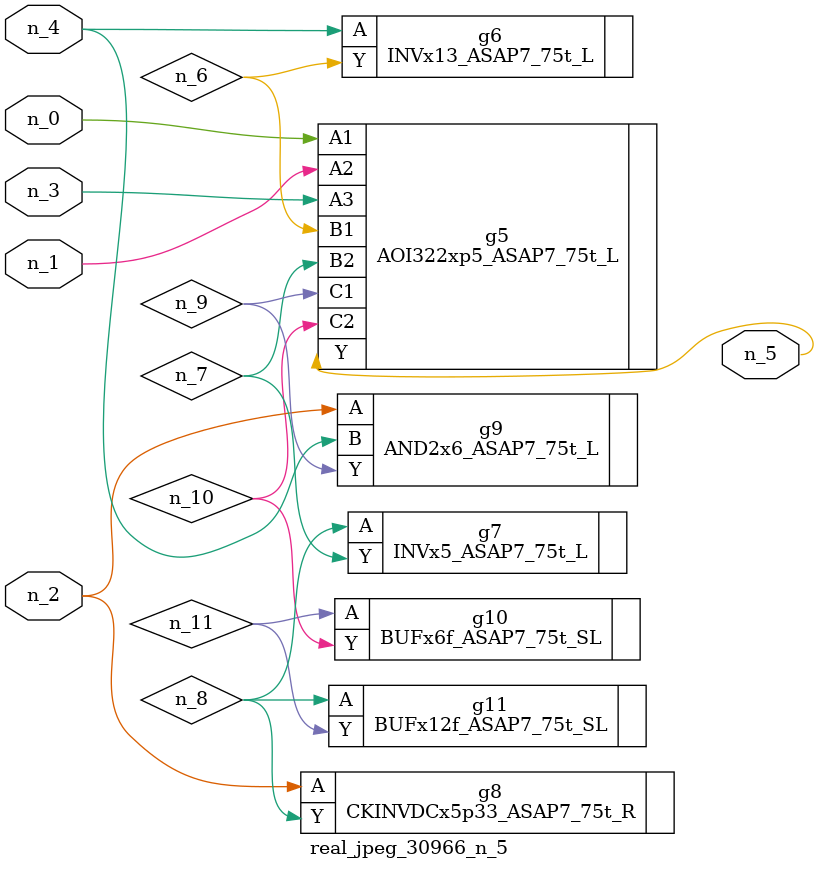
<source format=v>
module real_jpeg_30966_n_5 (n_4, n_0, n_1, n_2, n_3, n_5);

input n_4;
input n_0;
input n_1;
input n_2;
input n_3;

output n_5;

wire n_8;
wire n_11;
wire n_6;
wire n_7;
wire n_10;
wire n_9;

AOI322xp5_ASAP7_75t_L g5 ( 
.A1(n_0),
.A2(n_1),
.A3(n_3),
.B1(n_6),
.B2(n_7),
.C1(n_9),
.C2(n_10),
.Y(n_5)
);

CKINVDCx5p33_ASAP7_75t_R g8 ( 
.A(n_2),
.Y(n_8)
);

AND2x6_ASAP7_75t_L g9 ( 
.A(n_2),
.B(n_4),
.Y(n_9)
);

INVx13_ASAP7_75t_L g6 ( 
.A(n_4),
.Y(n_6)
);

INVx5_ASAP7_75t_L g7 ( 
.A(n_8),
.Y(n_7)
);

BUFx12f_ASAP7_75t_SL g11 ( 
.A(n_8),
.Y(n_11)
);

BUFx6f_ASAP7_75t_SL g10 ( 
.A(n_11),
.Y(n_10)
);


endmodule
</source>
